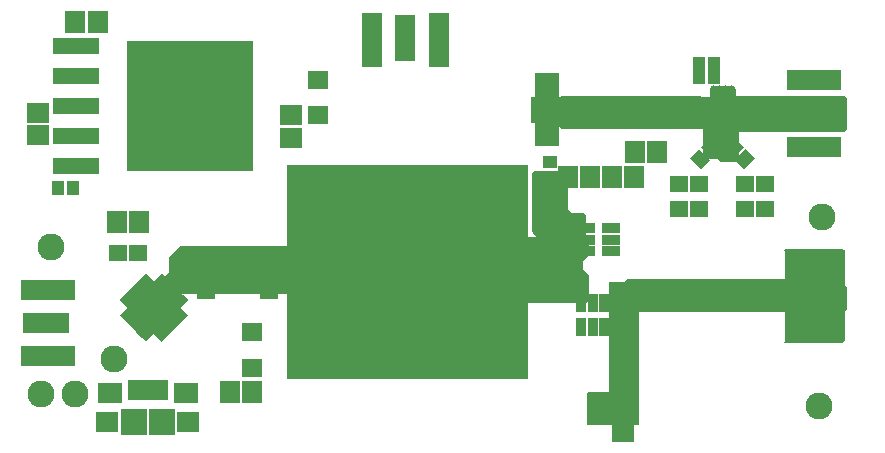
<source format=gbr>
G04 ===== Begin FILE IDENTIFICATION =====*
G04 File Format:  Gerber RS274X*
G04 ===== End FILE IDENTIFICATION =====*
%FSLAX24Y24*%
%MOMM*%
%SFA1.0000B1.0000*%
%OFA0.0B0.0*%
%ADD14R,1.806400X1.606400*%
%ADD15R,4.606400X1.756400*%
%ADD16R,1.676400X4.006400*%
%ADD17R,1.756400X4.606400*%
%ADD18R,0.625600X2.117600*%
%ADD19R,1.854200X1.701800*%
%ADD20R,2.311400X2.311400*%
%ADD21R,1.906400X1.706400*%
%ADD22R,1.706400X1.906400*%
%ADD23R,2.816400X2.186400*%
%ADD24R,4.006400X1.676400*%
%ADD25R,1.106400X1.306400*%
%ADD26R,0.886400X1.612800*%
%ADD27R,1.612800X0.886400*%
%ADD28C,2.286000*%
%ADD29R,0.812800X1.752600*%
%ADD30R,2.006600X1.803400*%
%ADD31R,3.911600X1.371600*%
%ADD32R,1.506400X1.406400*%
%ADD33R,1.676400X1.066800*%
%ADD34R,1.306400X1.106400*%
%ADD35R,1.676400X1.041400*%
%ADD36R,10.769600X11.125200*%
%ADD37R,1.906400X1.906400*%
%LNsoldermask_top*%
%IPPOS*%
%LPD*%
G75*
G36*
G01X609829Y168673D02*
G01X610060Y168683D01*
G01X610114Y168693D01*
G01X610168Y168697D01*
G01X610394Y168745D01*
G01X610620Y168787D01*
G01X610672Y168804D01*
G01X610726Y168816D01*
G01X610942Y168895D01*
G01X611160Y168968D01*
G01X611209Y168993D01*
G01X611261Y169012D01*
G01X611464Y169120D01*
G01X611669Y169223D01*
G01X611715Y169254D01*
G01X611763Y169280D01*
G01X611949Y169416D01*
G01X612138Y169547D01*
G01X612179Y169584D01*
G01X612223Y169617D01*
G01X612388Y169777D01*
G01X612557Y169933D01*
G01X612592Y169976D01*
G01X612631Y170014D01*
G01X612772Y170196D01*
G01X612918Y170374D01*
G01X612946Y170422D01*
G01X612980Y170465D01*
G01X613094Y170665D01*
G01X613213Y170862D01*
G01X613235Y170912D01*
G01X613262Y170960D01*
G01X613347Y171174D01*
G01X613438Y171385D01*
G01X613452Y171438D01*
G01X613472Y171489D01*
G01X613527Y171714D01*
G01X613587Y171935D01*
G01X613591Y171979D01*
G01X613607Y172043D01*
G01X613662Y172610D01*
G01X613659Y172676D01*
G01X613663Y172720D01*
G01Y194057D01*
G01X701040D01*
G01X701269Y194073D01*
G01X701500Y194083D01*
G01X701554Y194093D01*
G01X701608Y194097D01*
G01X701834Y194145D01*
G01X702060Y194187D01*
G01X702112Y194204D01*
G01X702166Y194216D01*
G01X702382Y194295D01*
G01X702600Y194368D01*
G01X702649Y194393D01*
G01X702701Y194412D01*
G01X702904Y194520D01*
G01X703109Y194623D01*
G01X703155Y194654D01*
G01X703203Y194680D01*
G01X703389Y194816D01*
G01X703578Y194947D01*
G01X703619Y194984D01*
G01X703663Y195017D01*
G01X703828Y195177D01*
G01X703997Y195333D01*
G01X704032Y195376D01*
G01X704071Y195414D01*
G01X704212Y195596D01*
G01X704358Y195774D01*
G01X704386Y195822D01*
G01X704420Y195865D01*
G01X704534Y196065D01*
G01X704653Y196262D01*
G01X704675Y196312D01*
G01X704702Y196360D01*
G01X704787Y196574D01*
G01X704878Y196785D01*
G01X704892Y196838D01*
G01X704912Y196889D01*
G01X704967Y197114D01*
G01X705027Y197335D01*
G01X705031Y197379D01*
G01X705047Y197443D01*
G01X705102Y198010D01*
G01X705099Y198076D01*
G01X705103Y198120D01*
G01Y220980D01*
G01X705087Y221209D01*
G01X705077Y221440D01*
G01X705067Y221494D01*
G01X705063Y221548D01*
G01X705015Y221774D01*
G01X704973Y222000D01*
G01X704956Y222052D01*
G01X704944Y222106D01*
G01X704865Y222322D01*
G01X704792Y222540D01*
G01X704767Y222589D01*
G01X704748Y222641D01*
G01X704640Y222844D01*
G01X704537Y223049D01*
G01X704506Y223095D01*
G01X704480Y223143D01*
G01X704344Y223329D01*
G01X704213Y223518D01*
G01X704176Y223559D01*
G01X704143Y223603D01*
G01X703983Y223768D01*
G01X703827Y223937D01*
G01X703784Y223972D01*
G01X703746Y224011D01*
G01X703564Y224152D01*
G01X703386Y224298D01*
G01X703338Y224326D01*
G01X703295Y224360D01*
G01X703095Y224474D01*
G01X702898Y224593D01*
G01X702848Y224615D01*
G01X702800Y224642D01*
G01X702586Y224727D01*
G01X702375Y224818D01*
G01X702322Y224832D01*
G01X702271Y224852D01*
G01X702046Y224907D01*
G01X701825Y224967D01*
G01X701781Y224971D01*
G01X701717Y224987D01*
G01X701150Y225042D01*
G01X701084Y225039D01*
G01X701040Y225043D01*
G01X609600D01*
G01X609371Y225027D01*
G01X609140Y225017D01*
G01X609086Y225007D01*
G01X609032Y225003D01*
G01X608806Y224955D01*
G01X608580Y224913D01*
G01X608528Y224896D01*
G01X608474Y224884D01*
G01X608258Y224805D01*
G01X608040Y224732D01*
G01X607991Y224707D01*
G01X607939Y224688D01*
G01X607736Y224580D01*
G01X607531Y224477D01*
G01X607485Y224446D01*
G01X607437Y224420D01*
G01X607251Y224284D01*
G01X607062Y224153D01*
G01X607021Y224116D01*
G01X606977Y224083D01*
G01X606812Y223923D01*
G01X606643Y223767D01*
G01X606608Y223724D01*
G01X606569Y223686D01*
G01X606428Y223504D01*
G01X606282Y223326D01*
G01X606254Y223278D01*
G01X606220Y223235D01*
G01X606106Y223035D01*
G01X605987Y222838D01*
G01X605965Y222788D01*
G01X605938Y222740D01*
G01X605853Y222526D01*
G01X605762Y222315D01*
G01X605748Y222262D01*
G01X605728Y222211D01*
G01X605673Y221986D01*
G01X605613Y221765D01*
G01X605609Y221721D01*
G01X605594Y221657D01*
G01X605538Y221090D01*
G01X605541Y221024D01*
G01X605537Y220980D01*
G01Y199643D01*
G01X600963D01*
G01Y200660D01*
G01X600947Y200889D01*
G01X600937Y201120D01*
G01X600927Y201174D01*
G01X600923Y201228D01*
G01X600875Y201454D01*
G01X600833Y201680D01*
G01X600816Y201732D01*
G01X600804Y201786D01*
G01X600725Y202002D01*
G01X600652Y202220D01*
G01X600627Y202269D01*
G01X600608Y202321D01*
G01X600500Y202524D01*
G01X600397Y202729D01*
G01X600366Y202775D01*
G01X600340Y202823D01*
G01X600204Y203009D01*
G01X600073Y203198D01*
G01X600036Y203239D01*
G01X600003Y203283D01*
G01X599843Y203448D01*
G01X599687Y203617D01*
G01X599644Y203652D01*
G01X599606Y203691D01*
G01X599424Y203832D01*
G01X599246Y203978D01*
G01X599198Y204006D01*
G01X599155Y204040D01*
G01X598955Y204154D01*
G01X598758Y204273D01*
G01X598708Y204295D01*
G01X598660Y204322D01*
G01X598446Y204407D01*
G01X598235Y204498D01*
G01X598182Y204512D01*
G01X598131Y204532D01*
G01X597906Y204587D01*
G01X597685Y204647D01*
G01X597641Y204651D01*
G01X597577Y204667D01*
G01X597010Y204722D01*
G01X596944Y204719D01*
G01X596900Y204723D01*
G01X586740D01*
G01X586511Y204707D01*
G01X586280Y204697D01*
G01X586226Y204687D01*
G01X586172Y204683D01*
G01X585946Y204635D01*
G01X585723Y204594D01*
G01Y218440D01*
G01X585719Y218500D01*
G01X585721Y218561D01*
G01X585699Y218784D01*
G01X585683Y219008D01*
G01X585671Y219068D01*
G01X585665Y219128D01*
G01X585611Y219346D01*
G01X585564Y219566D01*
G01X585544Y219622D01*
G01X585529Y219681D01*
G01X585446Y219890D01*
G01X585368Y220101D01*
G01X585340Y220154D01*
G01X585318Y220210D01*
G01X585206Y220405D01*
G01X585100Y220603D01*
G01X585064Y220652D01*
G01X585034Y220704D01*
G01X584959Y220795D01*
G01X584763Y221063D01*
G01X584606Y221224D01*
G01X584533Y221313D01*
G01X581993Y223853D01*
G01X581949Y223891D01*
G01X581910Y223933D01*
G01X581909Y223934D01*
G01X581907Y223937D01*
G01X581733Y224079D01*
G01X581563Y224227D01*
G01X581512Y224260D01*
G01X581466Y224298D01*
G01X581273Y224415D01*
G01X581085Y224537D01*
G01X581030Y224562D01*
G01X580978Y224593D01*
G01X580772Y224682D01*
G01X580568Y224777D01*
G01X580510Y224794D01*
G01X580455Y224818D01*
G01X580238Y224876D01*
G01X580023Y224942D01*
G01X579963Y224951D01*
G01X579905Y224967D01*
G01X579788Y224978D01*
G01X579460Y225029D01*
G01X579235Y225032D01*
G01X579120Y225043D01*
G01X464820D01*
G01X464591Y225027D01*
G01X464360Y225017D01*
G01X464306Y225007D01*
G01X464252Y225003D01*
G01X464026Y224955D01*
G01X463800Y224913D01*
G01X463748Y224896D01*
G01X463694Y224884D01*
G01X463478Y224805D01*
G01X463260Y224732D01*
G01X463211Y224707D01*
G01X463159Y224688D01*
G01X462956Y224580D01*
G01X462751Y224477D01*
G01X462705Y224446D01*
G01X462657Y224420D01*
G01X462471Y224284D01*
G01X462282Y224153D01*
G01X462241Y224116D01*
G01X462197Y224083D01*
G01X462032Y223923D01*
G01X461863Y223767D01*
G01X461828Y223724D01*
G01X461789Y223686D01*
G01X461648Y223504D01*
G01X461502Y223326D01*
G01X461474Y223278D01*
G01X461440Y223235D01*
G01X461326Y223035D01*
G01X461207Y222838D01*
G01X461185Y222788D01*
G01X461158Y222740D01*
G01X461073Y222526D01*
G01X460982Y222315D01*
G01X460968Y222262D01*
G01X460948Y222211D01*
G01X460893Y221986D01*
G01X460833Y221765D01*
G01X460829Y221721D01*
G01X460814Y221657D01*
G01X460758Y221090D01*
G01Y221086D01*
G01X460761Y221023D01*
G01X460757Y220980D01*
G01Y200660D01*
G01X460773Y200431D01*
G01X460783Y200200D01*
G01X460793Y200146D01*
G01X460797Y200092D01*
G01X460845Y199866D01*
G01X460887Y199640D01*
G01X460904Y199588D01*
G01X460916Y199534D01*
G01X460995Y199318D01*
G01X461068Y199100D01*
G01X461093Y199051D01*
G01X461112Y198999D01*
G01X461220Y198796D01*
G01X461323Y198591D01*
G01X461354Y198545D01*
G01X461380Y198497D01*
G01X461516Y198311D01*
G01X461647Y198122D01*
G01X461684Y198081D01*
G01X461717Y198037D01*
G01X461877Y197872D01*
G01X462033Y197703D01*
G01X462076Y197668D01*
G01X462114Y197629D01*
G01X462296Y197488D01*
G01X462474Y197342D01*
G01X462522Y197314D01*
G01X462565Y197280D01*
G01X462765Y197166D01*
G01X462962Y197047D01*
G01X463012Y197025D01*
G01X463060Y196998D01*
G01X463274Y196913D01*
G01X463485Y196822D01*
G01X463538Y196808D01*
G01X463589Y196788D01*
G01X463814Y196733D01*
G01X464035Y196673D01*
G01X464079Y196669D01*
G01X464143Y196654D01*
G01X464710Y196598D01*
G01X464776Y196601D01*
G01X464820Y196597D01*
G01X581660D01*
G01X581889Y196613D01*
G01X582120Y196623D01*
G01X582174Y196633D01*
G01X582228Y196637D01*
G01X582454Y196685D01*
G01X582677Y196726D01*
G01Y175260D01*
G01X582693Y175031D01*
G01X582703Y174800D01*
G01X582713Y174746D01*
G01X582717Y174692D01*
G01X582765Y174466D01*
G01X582807Y174240D01*
G01X582824Y174188D01*
G01X582836Y174134D01*
G01X582915Y173918D01*
G01X582988Y173700D01*
G01X583013Y173651D01*
G01X583032Y173599D01*
G01X583140Y173396D01*
G01X583243Y173191D01*
G01X583274Y173145D01*
G01X583300Y173097D01*
G01X583436Y172911D01*
G01X583567Y172722D01*
G01X583604Y172681D01*
G01X583637Y172637D01*
G01X583797Y172472D01*
G01X583953Y172303D01*
G01X583996Y172268D01*
G01X584034Y172229D01*
G01X584216Y172088D01*
G01X584394Y171942D01*
G01X584442Y171914D01*
G01X584485Y171880D01*
G01X584685Y171766D01*
G01X584882Y171647D01*
G01X584932Y171625D01*
G01X584980Y171598D01*
G01X585194Y171513D01*
G01X585405Y171422D01*
G01X585458Y171408D01*
G01X585509Y171388D01*
G01X585734Y171333D01*
G01X585955Y171273D01*
G01X585999Y171269D01*
G01X586063Y171254D01*
G01X586630Y171198D01*
G01X586696Y171201D01*
G01X586740Y171197D01*
G01X595676D01*
G01X595688Y171160D01*
G01X595713Y171111D01*
G01X595732Y171059D01*
G01X595840Y170856D01*
G01X595943Y170651D01*
G01X595974Y170605D01*
G01X596000Y170557D01*
G01X596136Y170371D01*
G01X596267Y170182D01*
G01X596304Y170141D01*
G01X596337Y170097D01*
G01X596497Y169932D01*
G01X596653Y169763D01*
G01X596696Y169728D01*
G01X596734Y169689D01*
G01X596916Y169548D01*
G01X597094Y169402D01*
G01X597142Y169374D01*
G01X597185Y169340D01*
G01X597385Y169226D01*
G01X597582Y169107D01*
G01X597632Y169085D01*
G01X597680Y169058D01*
G01X597894Y168973D01*
G01X598105Y168882D01*
G01X598158Y168868D01*
G01X598209Y168848D01*
G01X598434Y168793D01*
G01X598655Y168733D01*
G01X598699Y168729D01*
G01X598763Y168714D01*
G01X599330Y168658D01*
G01X599396Y168661D01*
G01X599440Y168657D01*
G01X609600D01*
G01X609829Y168673D01*
G37*
D14*
X200863Y-5424D03*
X257099Y238622D03*
D15*
X677882Y82987D03*
X677120Y181935D03*
D16*
X330835Y273888D03*
D17*
X302585Y271888D03*
D18*
X458528Y192833D03*
G36*
G01X107913Y20246D02*
G01X103243Y24916D01*
G01X111145Y32818D01*
G01X115815Y28148D01*
G01X107913Y20246D01*
G37*
G36*
G01X123738Y31684D02*
G01X128408Y36354D01*
G01X136310Y28452D01*
G01X131640Y23782D01*
G01X123738Y31684D01*
G37*
G36*
G01X139014Y44276D02*
G01X134344Y48946D01*
G01X142246Y56848D01*
G01X146916Y52178D01*
G01X139014Y44276D01*
G37*
G36*
G01X100842Y27317D02*
G01X96172Y31987D01*
G01X104074Y39889D01*
G01X108744Y35219D01*
G01X100842Y27317D01*
G37*
G36*
G01X116667Y24613D02*
G01X121337Y29283D01*
G01X129239Y21381D01*
G01X124569Y16711D01*
G01X116667Y24613D01*
G37*
G36*
G01X130809Y38755D02*
G01X135479Y43425D01*
G01X143381Y35523D01*
G01X138711Y30853D01*
G01X130809Y38755D01*
G37*
D19*
X147158Y-51055D03*
D20*
X100908D03*
D21*
X514680Y19380D03*
D22*
X505536Y156083D03*
X201143Y-26238D03*
D21*
X234061Y189458D03*
D18*
X448528Y233633D03*
D23*
X451028Y213233D03*
G36*
G01X111448Y16711D02*
G01X106778Y21381D01*
G01X114680Y29283D01*
G01X119350Y24613D01*
G01X111448Y16711D01*
G37*
G36*
G01X127273Y35219D02*
G01X131943Y39889D01*
G01X139845Y31987D01*
G01X135175Y27317D01*
G01X127273Y35219D01*
G37*
G36*
G01X527832Y-53590D02*
G01X527851Y-53592D01*
G01X527953Y-53570D01*
G01X528055Y-53554D01*
G01X528072Y-53544D01*
G01X528092Y-53540D01*
G01X528181Y-53487D01*
G01X528272Y-53438D01*
G01X528286Y-53424D01*
G01X528303Y-53414D01*
G01X528370Y-53335D01*
G01X528442Y-53260D01*
G01X528450Y-53242D01*
G01X528463Y-53227D01*
G01X528502Y-53131D01*
G01X528545Y-53037D01*
G01X528547Y-53017D01*
G01X528555Y-52999D01*
G01X528573Y-52832D01*
G01Y41657D01*
G01X652019D01*
G01Y17079D01*
G01X651480Y16540D01*
G01X651438Y16482D01*
G01X651389Y16430D01*
G01X651367Y16383D01*
G01X651336Y16341D01*
G01X651315Y16272D01*
G01X651285Y16207D01*
G01X651279Y16155D01*
G01X651264Y16105D01*
G01X651266Y16034D01*
G01X651258Y15963D01*
G01X651269Y15912D01*
G01X651270Y15860D01*
G01X651295Y15792D01*
G01X651310Y15722D01*
G01X651337Y15678D01*
G01X651355Y15629D01*
G01X651400Y15573D01*
G01X651436Y15511D01*
G01X651476Y15477D01*
G01X651508Y15437D01*
G01X651569Y15398D01*
G01X651623Y15351D01*
G01X651671Y15332D01*
G01X651715Y15304D01*
G01X651785Y15286D01*
G01X651851Y15259D01*
G01X651923Y15251D01*
G01X651954Y15243D01*
G01X651977Y15245D01*
G01X652018Y15241D01*
G01X700532D01*
G01X700622Y15256D01*
G01X700713Y15263D01*
G01X700743Y15275D01*
G01X700775Y15281D01*
G01X700855Y15323D01*
G01X700939Y15359D01*
G01X700971Y15385D01*
G01X700992Y15396D01*
G01X701014Y15419D01*
G01X701070Y15464D01*
G01X702594Y16988D01*
G01X702636Y17046D01*
G01X702684Y17096D01*
G01X702692Y17114D01*
G01X702707Y17131D01*
G01X702719Y17161D01*
G01X702738Y17187D01*
G01X702760Y17261D01*
G01X702788Y17320D01*
G01X702789Y17336D01*
G01X702799Y17359D01*
G01X702803Y17400D01*
G01X702810Y17423D01*
G01X702809Y17455D01*
G01X702817Y17526D01*
G01Y42074D01*
G01X702904Y42120D01*
G01X703109Y42223D01*
G01X703155Y42254D01*
G01X703203Y42280D01*
G01X703389Y42416D01*
G01X703578Y42547D01*
G01X703619Y42584D01*
G01X703663Y42617D01*
G01X703828Y42777D01*
G01X703997Y42933D01*
G01X704032Y42976D01*
G01X704071Y43014D01*
G01X704212Y43196D01*
G01X704358Y43374D01*
G01X704386Y43422D01*
G01X704420Y43465D01*
G01X704534Y43665D01*
G01X704653Y43862D01*
G01X704675Y43912D01*
G01X704702Y43960D01*
G01X704787Y44174D01*
G01X704878Y44385D01*
G01X704892Y44438D01*
G01X704912Y44489D01*
G01X704967Y44714D01*
G01X705027Y44935D01*
G01X705031Y44979D01*
G01X705047Y45043D01*
G01X705102Y45610D01*
G01X705099Y45676D01*
G01X705103Y45720D01*
G01Y60960D01*
G01X705099Y61020D01*
G01X705101Y61081D01*
G01X705079Y61304D01*
G01X705063Y61528D01*
G01X705051Y61588D01*
G01X705045Y61648D01*
G01X704991Y61866D01*
G01X704944Y62086D01*
G01X704924Y62142D01*
G01X704909Y62201D01*
G01X704826Y62410D01*
G01X704748Y62621D01*
G01X704720Y62674D01*
G01X704698Y62730D01*
G01X704586Y62925D01*
G01X704480Y63123D01*
G01X704444Y63172D01*
G01X704414Y63224D01*
G01X704339Y63315D01*
G01X704143Y63583D01*
G01X703986Y63744D01*
G01X703913Y63833D01*
G01X702817Y64929D01*
G01Y93726D01*
G01X702803Y93816D01*
G01X702795Y93907D01*
G01X702783Y93937D01*
G01X702778Y93969D01*
G01X702735Y94049D01*
G01X702699Y94133D01*
G01X702673Y94165D01*
G01X702662Y94186D01*
G01X702639Y94208D01*
G01X702594Y94264D01*
G01X701832Y95026D01*
G01X701758Y95079D01*
G01X701689Y95139D01*
G01X701659Y95151D01*
G01X701633Y95170D01*
G01X701546Y95197D01*
G01X701461Y95231D01*
G01X701420Y95235D01*
G01X701397Y95242D01*
G01X701365Y95241D01*
G01X701294Y95249D01*
G01X652780D01*
G01X652690Y95235D01*
G01X652599Y95227D01*
G01X652569Y95215D01*
G01X652537Y95210D01*
G01X652457Y95167D01*
G01X652373Y95131D01*
G01X652341Y95105D01*
G01X652320Y95094D01*
G01X652298Y95071D01*
G01X652242Y95026D01*
G01X651988Y94772D01*
G01X651946Y94714D01*
G01X651897Y94662D01*
G01X651875Y94615D01*
G01X651844Y94573D01*
G01X651823Y94504D01*
G01X651793Y94439D01*
G01X651787Y94387D01*
G01X651772Y94337D01*
G01X651774Y94266D01*
G01X651766Y94195D01*
G01X651777Y94144D01*
G01X651778Y94092D01*
G01X651803Y94024D01*
G01X651818Y93954D01*
G01X651845Y93910D01*
G01X651863Y93861D01*
G01X651908Y93805D01*
G01X651944Y93743D01*
G01X651984Y93709D01*
G01X652016Y93669D01*
G01X652019Y93667D01*
G01Y70103D01*
G01X520700D01*
G01X520471Y70087D01*
G01X520240Y70077D01*
G01X520186Y70067D01*
G01X520132Y70063D01*
G01X519906Y70015D01*
G01X519680Y69973D01*
G01X519628Y69956D01*
G01X519574Y69944D01*
G01X519358Y69865D01*
G01X519140Y69792D01*
G01X519091Y69767D01*
G01X519039Y69748D01*
G01X518836Y69640D01*
G01X518631Y69537D01*
G01X518585Y69506D01*
G01X518537Y69480D01*
G01X518351Y69344D01*
G01X518162Y69213D01*
G01X518121Y69176D01*
G01X518077Y69143D01*
G01X517912Y68983D01*
G01X517743Y68827D01*
G01X517708Y68784D01*
G01X517669Y68746D01*
G01X517528Y68564D01*
G01X517382Y68386D01*
G01X517354Y68338D01*
G01X517320Y68295D01*
G01X517206Y68095D01*
G01X517087Y67898D01*
G01X517065Y67848D01*
G01X517038Y67800D01*
G01X516953Y67586D01*
G01X516862Y67375D01*
G01X516848Y67322D01*
G01X516828Y67271D01*
G01X516775Y67055D01*
G01X503682D01*
G01X503659Y67052D01*
G01X503636Y67054D01*
G01X503538Y67032D01*
G01X503439Y67016D01*
G01X503419Y67005D01*
G01X503396Y67000D01*
G01X503311Y66947D01*
G01X503222Y66900D01*
G01X503206Y66884D01*
G01X503186Y66872D01*
G01X503122Y66795D01*
G01X503053Y66722D01*
G01X503043Y66701D01*
G01X503028Y66684D01*
G01X502991Y66590D01*
G01X502949Y66499D01*
G01X502946Y66476D01*
G01X502938Y66455D01*
G01X502921Y66288D01*
G01X503672Y-25909D01*
G01X486156D01*
G01X486066Y-25924D01*
G01X485975Y-25931D01*
G01X485945Y-25943D01*
G01X485913Y-25949D01*
G01X485833Y-25991D01*
G01X485749Y-26027D01*
G01X485717Y-26053D01*
G01X485696Y-26064D01*
G01X485674Y-26087D01*
G01X485618Y-26132D01*
G01X484856Y-26894D01*
G01X484803Y-26968D01*
G01X484743Y-27037D01*
G01X484731Y-27067D01*
G01X484712Y-27093D01*
G01X484685Y-27180D01*
G01X484651Y-27265D01*
G01X484647Y-27306D01*
G01X484640Y-27329D01*
G01X484641Y-27361D01*
G01X484633Y-27432D01*
G01Y-52578D01*
G01X484648Y-52668D01*
G01X484655Y-52759D01*
G01X484667Y-52789D01*
G01X484673Y-52821D01*
G01X484715Y-52901D01*
G01X484751Y-52985D01*
G01X484777Y-53017D01*
G01X484788Y-53038D01*
G01X484811Y-53060D01*
G01X484856Y-53116D01*
G01X485110Y-53370D01*
G01X485184Y-53423D01*
G01X485253Y-53483D01*
G01X485283Y-53495D01*
G01X485309Y-53514D01*
G01X485396Y-53541D01*
G01X485481Y-53575D01*
G01X485522Y-53579D01*
G01X485545Y-53586D01*
G01X485577Y-53585D01*
G01X485648Y-53593D01*
G01X527812D01*
G01X527832Y-53590D01*
G37*
G36*
G01X118047Y24034D02*
G01X118151Y24036D01*
G01X118170Y24043D01*
G01X118189Y24045D01*
G01X118284Y24085D01*
G01X118382Y24121D01*
G01X118398Y24133D01*
G01X118416Y24141D01*
G01X118547Y24246D01*
G01X139381Y45080D01*
G01X139393Y45096D01*
G01X139408Y45109D01*
G01X139464Y45196D01*
G01X139524Y45280D01*
G01X139530Y45299D01*
G01X139541Y45316D01*
G01X139566Y45416D01*
G01X139597Y45515D01*
G01X139596Y45535D01*
G01X139601Y45554D01*
G01X139593Y45657D01*
G01X139590Y45761D01*
G01X139584Y45780D01*
G01X139582Y45799D01*
G01X139542Y45894D01*
G01X139506Y45992D01*
G01X139494Y46007D01*
G01X139486Y46026D01*
G01X139381Y46157D01*
G01X118547Y66991D01*
G01X118531Y67002D01*
G01X118518Y67018D01*
G01X118431Y67074D01*
G01X118347Y67134D01*
G01X118328Y67140D01*
G01X118311Y67151D01*
G01X118211Y67176D01*
G01X118112Y67207D01*
G01X118092Y67206D01*
G01X118073Y67211D01*
G01X117970Y67203D01*
G01X117866Y67200D01*
G01X117847Y67194D01*
G01X117827Y67192D01*
G01X117733Y67152D01*
G01X117635Y67116D01*
G01X117619Y67103D01*
G01X117601Y67096D01*
G01X117470Y66991D01*
G01X96636Y46157D01*
G01X96624Y46141D01*
G01X96609Y46128D01*
G01X96553Y46041D01*
G01X96492Y45957D01*
G01X96487Y45938D01*
G01X96476Y45921D01*
G01X96450Y45821D01*
G01X96420Y45722D01*
G01X96421Y45702D01*
G01X96416Y45683D01*
G01X96424Y45580D01*
G01X96426Y45476D01*
G01X96433Y45457D01*
G01X96435Y45437D01*
G01X96475Y45343D01*
G01X96511Y45245D01*
G01X96523Y45229D01*
G01X96531Y45211D01*
G01X96636Y45080D01*
G01X117470Y24246D01*
G01X117486Y24234D01*
G01X117499Y24219D01*
G01X117586Y24163D01*
G01X117670Y24102D01*
G01X117689Y24097D01*
G01X117706Y24086D01*
G01X117806Y24060D01*
G01X117905Y24030D01*
G01X117925Y24031D01*
G01X117944Y24026D01*
G01X118047Y24034D01*
G37*
D14*
X200863Y24576D03*
D24*
X679882Y54737D03*
X679120Y210185D03*
D15*
X677120Y238435D03*
D17*
X359085Y271888D03*
D25*
X592148Y240665D03*
X511838Y54610D03*
X453316Y88621D03*
D22*
X543967Y177343D03*
D26*
X479958Y49862D03*
D27*
X483792Y103124D03*
X504776Y112624D03*
D28*
X30480Y96520D03*
D24*
X26594Y32639D03*
D15*
X28594Y60889D03*
D29*
X99908Y-24285D03*
X106408D03*
X112908D03*
X119408D03*
X125908D03*
D30*
X144908Y-26555D03*
D22*
X487452Y156083D03*
X524536D03*
D21*
X515214Y-17958D03*
X234061Y208458D03*
D18*
X453528Y233633D03*
X443528Y192833D03*
X453528D03*
G36*
G01X104377Y23782D02*
G01X99707Y28452D01*
G01X107609Y36354D01*
G01X112279Y31684D01*
G01X104377Y23782D01*
G37*
G36*
G01X120202Y28148D02*
G01X124872Y32818D01*
G01X132774Y24916D01*
G01X128104Y20246D01*
G01X120202Y28148D01*
G37*
G36*
G01X134344Y42290D02*
G01X139014Y46960D01*
G01X146916Y39058D01*
G01X142246Y34388D01*
G01X134344Y42290D01*
G37*
G36*
G01X135479Y47812D02*
G01X130809Y52482D01*
G01X138711Y60384D01*
G01X143381Y55714D01*
G01X135479Y47812D01*
G37*
G36*
G01X128408Y54883D02*
G01X123738Y59553D01*
G01X131640Y67455D01*
G01X136310Y62785D01*
G01X128408Y54883D01*
G37*
G36*
G01X106778Y69856D02*
G01X111448Y74526D01*
G01X119350Y66624D01*
G01X114680Y61954D01*
G01X106778Y69856D01*
G37*
G36*
G01X96172Y59250D02*
G01X100842Y63920D01*
G01X108744Y56018D01*
G01X104074Y51348D01*
G01X96172Y59250D01*
G37*
D31*
X51892Y267081D03*
Y190881D03*
D32*
X87334Y91999D03*
D22*
X105512Y118059D03*
D21*
X19939Y191490D03*
D25*
X36604Y146939D03*
D32*
X215570Y76445D03*
G36*
G01X618891Y179829D02*
G01X626714Y172006D01*
G01X617477Y162769D01*
G01X609654Y170592D01*
G01X618891Y179829D01*
G37*
G36*
G01X571760Y172006D02*
G01X579583Y179829D01*
G01X588820Y170592D01*
G01X580997Y162769D01*
G01X571760Y172006D01*
G37*
D32*
X618296Y150241D03*
X635296Y128651D03*
X562670Y150241D03*
D25*
X631218Y210185D03*
X455450Y63551D03*
X524838Y54610D03*
X466316Y88621D03*
D21*
X514782Y-40868D03*
D26*
X479958Y28878D03*
D27*
X483792Y93624D03*
D28*
X683260Y121920D03*
G36*
G01X124872Y58419D02*
G01X120202Y63089D01*
G01X128104Y70991D01*
G01X132774Y66321D01*
G01X124872Y58419D01*
G37*
D33*
X248920Y76200D03*
G36*
G01X611118Y201693D02*
G01X617118D01*
G03Y208757I0J3532D01*
G01X611118D01*
G03Y201693I0J-3532D01*
G37*
G36*
G01X617118Y223757D02*
G01X611118D01*
G03Y216693I0J-3532D01*
G01X617118D01*
G03Y223757I0J3532D01*
G37*
G36*
G01X588118Y223757D02*
G01X582118D01*
G03Y216693I0J-3532D01*
G01X588118D01*
G03Y223757I0J3532D01*
G37*
G36*
G01X582118Y201693D02*
G01X588118D01*
G03Y208757I0J3532D01*
G01X582118D01*
G03Y201693I0J-3532D01*
G37*
G36*
G01X598586Y201225D02*
G01Y195225D01*
G03X605650I3532J0D01*
G01Y201225D01*
G03X598586I-3532J0D01*
G37*
G36*
G01X103243Y66321D02*
G01X107913Y70991D01*
G01X115815Y63089D01*
G01X111145Y58419D01*
G01X103243Y66321D01*
G37*
G36*
G01X92636Y55714D02*
G01X97306Y60384D01*
G01X105208Y52482D01*
G01X100538Y47812D01*
G01X92636Y55714D01*
G37*
D31*
X51892Y241681D03*
Y165481D03*
D32*
X104334Y91999D03*
D22*
X51638Y287401D03*
D21*
X19939Y210490D03*
D32*
X162230Y76699D03*
D25*
X195908Y76835D03*
G36*
G01X609699Y189021D02*
G01X617522Y181198D01*
G01X608285Y171961D01*
G01X600462Y179784D01*
G01X609699Y189021D01*
G37*
D32*
X579670Y128905D03*
X635296Y150241D03*
X579670D03*
D25*
X644218Y210185D03*
X579148Y240665D03*
X468450Y63551D03*
D34*
X453466Y168831D03*
D22*
X524967Y177343D03*
D26*
X498958Y49862D03*
Y28878D03*
D27*
X504776Y93624D03*
D28*
X680720Y-38100D03*
X22123Y-27661D03*
D35*
X419100Y63500D03*
G36*
G01X611118Y211693D02*
G01X617118D01*
G03Y218757I0J3532D01*
G01X611118D01*
G03Y211693I0J-3532D01*
G37*
G36*
G01X600650Y224225D02*
G01Y230225D01*
G03X593586I-3532J0D01*
G01Y224225D01*
G03X600650I3532J0D01*
G37*
G36*
G01X588118Y213757D02*
G01X582118D01*
G03Y206693I0J-3532D01*
G01X588118D01*
G03Y213757I0J3532D01*
G37*
G36*
G01X600650Y195225D02*
G01Y201225D01*
G03X593586I-3532J0D01*
G01Y195225D01*
G03X600650I3532J0D01*
G37*
G36*
G01X437897Y111760D02*
G01X437901Y111700D01*
G01X437899Y111639D01*
G01X437921Y111416D01*
G01X437937Y111192D01*
G01X437949Y111132D01*
G01X437955Y111073D01*
G01X438009Y110854D01*
G01X438056Y110634D01*
G01X438076Y110578D01*
G01X438091Y110519D01*
G01X438174Y110310D01*
G01X438252Y110099D01*
G01X438280Y110046D01*
G01X438303Y109990D01*
G01X438414Y109795D01*
G01X438520Y109597D01*
G01X438556Y109548D01*
G01X438586Y109496D01*
G01X438661Y109405D01*
G01X438857Y109137D01*
G01X439014Y108976D01*
G01X439087Y108887D01*
G01X442310Y105663D01*
G01X434573D01*
G01Y166116D01*
G01X230886D01*
G01Y98043D01*
G01X142240D01*
G01X142180Y98039D01*
G01X142119Y98041D01*
G01X141896Y98019D01*
G01X141672Y98003D01*
G01X141612Y97991D01*
G01X141553Y97985D01*
G01X141334Y97931D01*
G01X141114Y97884D01*
G01X141058Y97864D01*
G01X140999Y97849D01*
G01X140790Y97766D01*
G01X140579Y97688D01*
G01X140526Y97660D01*
G01X140470Y97638D01*
G01X140275Y97526D01*
G01X140077Y97420D01*
G01X140028Y97384D01*
G01X139976Y97354D01*
G01X139885Y97279D01*
G01X139617Y97083D01*
G01X139456Y96926D01*
G01X139367Y96853D01*
G01X131747Y89233D01*
G01X131707Y89188D01*
G01X131663Y89147D01*
G01X131521Y88973D01*
G01X131373Y88803D01*
G01X131340Y88752D01*
G01X131302Y88706D01*
G01X131185Y88513D01*
G01X131063Y88325D01*
G01X131038Y88270D01*
G01X131007Y88218D01*
G01X130918Y88012D01*
G01X130824Y87808D01*
G01X130806Y87750D01*
G01X130782Y87695D01*
G01X130724Y87478D01*
G01X130658Y87263D01*
G01X130649Y87203D01*
G01X130633Y87145D01*
G01X130622Y87028D01*
G01X130571Y86700D01*
G01X130568Y86475D01*
G01X130557Y86360D01*
G01Y75343D01*
G01X124127Y68913D01*
G01X123753Y68483D01*
G01X123443Y68005D01*
G01X123204Y67488D01*
G01X123038Y66943D01*
G01X122951Y66380D01*
G01X122943Y65810D01*
G01X123015Y65245D01*
G01X123166Y64695D01*
G01X123392Y64172D01*
G01X123688Y63686D01*
G01X124050Y63245D01*
G01X124470Y62860D01*
G01X124940Y62538D01*
G01X125450Y62284D01*
G01X125991Y62104D01*
G01X126551Y62002D01*
G01X127121Y61979D01*
G01X127688Y62035D01*
G01X128241Y62171D01*
G01X128770Y62383D01*
G01X129264Y62666D01*
G01X129873Y63167D01*
G01X132080Y65374D01*
G01X139367Y58087D01*
G01X139412Y58047D01*
G01X139453Y58003D01*
G01X139627Y57861D01*
G01X139797Y57713D01*
G01X139848Y57680D01*
G01X139894Y57642D01*
G01X140087Y57525D01*
G01X140275Y57403D01*
G01X140330Y57378D01*
G01X140382Y57347D01*
G01X140588Y57258D01*
G01X140792Y57164D01*
G01X140850Y57146D01*
G01X140905Y57122D01*
G01X141122Y57064D01*
G01X141337Y56998D01*
G01X141397Y56989D01*
G01X141455Y56973D01*
G01X141572Y56962D01*
G01X141900Y56911D01*
G01X142125Y56908D01*
G01X142240Y56897D01*
G01X230886D01*
G01Y-14912D01*
G01X434573D01*
G01Y49277D01*
G01X482600D01*
G01X482829Y49293D01*
G01X483060Y49303D01*
G01X483114Y49313D01*
G01X483168Y49317D01*
G01X483394Y49365D01*
G01X483620Y49407D01*
G01X483672Y49424D01*
G01X483726Y49436D01*
G01X483942Y49515D01*
G01X484160Y49588D01*
G01X484209Y49613D01*
G01X484261Y49632D01*
G01X484464Y49740D01*
G01X484669Y49843D01*
G01X484715Y49874D01*
G01X484763Y49900D01*
G01X484949Y50036D01*
G01X485138Y50167D01*
G01X485179Y50204D01*
G01X485223Y50237D01*
G01X485388Y50397D01*
G01X485557Y50553D01*
G01X485592Y50596D01*
G01X485631Y50634D01*
G01X485772Y50816D01*
G01X485918Y50994D01*
G01X485946Y51042D01*
G01X485980Y51085D01*
G01X486094Y51285D01*
G01X486213Y51482D01*
G01X486235Y51532D01*
G01X486262Y51580D01*
G01X486347Y51794D01*
G01X486438Y52005D01*
G01X486452Y52058D01*
G01X486472Y52109D01*
G01X486527Y52334D01*
G01X486587Y52555D01*
G01X486591Y52599D01*
G01X486607Y52663D01*
G01X486662Y53230D01*
G01X486659Y53296D01*
G01X486663Y53340D01*
G01Y71120D01*
G01X486659Y71180D01*
G01X486661Y71241D01*
G01X486639Y71464D01*
G01X486623Y71688D01*
G01X486611Y71748D01*
G01X486605Y71808D01*
G01X486551Y72026D01*
G01X486504Y72246D01*
G01X486484Y72302D01*
G01X486469Y72361D01*
G01X486386Y72570D01*
G01X486308Y72781D01*
G01X486280Y72834D01*
G01X486258Y72890D01*
G01X486146Y73085D01*
G01X486040Y73283D01*
G01X486004Y73332D01*
G01X485974Y73384D01*
G01X485899Y73475D01*
G01X485703Y73743D01*
G01X485546Y73904D01*
G01X485473Y73993D01*
G01X481507Y77959D01*
G01X481511Y77999D01*
G01X481527Y78063D01*
G01X481582Y78630D01*
G01X481579Y78696D01*
G01X481583Y78740D01*
G01Y84677D01*
G01X485473Y88567D01*
G01X485513Y88612D01*
G01X485557Y88653D01*
G01X485699Y88827D01*
G01X485847Y88997D01*
G01X485880Y89048D01*
G01X485918Y89094D01*
G01X486035Y89287D01*
G01X486157Y89475D01*
G01X486182Y89530D01*
G01X486213Y89582D01*
G01X486302Y89788D01*
G01X486397Y89992D01*
G01X486414Y90050D01*
G01X486438Y90105D01*
G01X486496Y90322D01*
G01X486562Y90537D01*
G01X486571Y90597D01*
G01X486587Y90655D01*
G01X486598Y90772D01*
G01X486649Y91100D01*
G01X486652Y91325D01*
G01X486663Y91440D01*
G01Y101600D01*
G01X486647Y101829D01*
G01X486637Y102060D01*
G01X486627Y102114D01*
G01X486623Y102168D01*
G01X486575Y102394D01*
G01X486533Y102620D01*
G01X486516Y102672D01*
G01X486504Y102726D01*
G01X486425Y102942D01*
G01X486352Y103160D01*
G01X486327Y103209D01*
G01X486308Y103261D01*
G01X486200Y103464D01*
G01X486097Y103669D01*
G01X486066Y103715D01*
G01X486040Y103763D01*
G01X485904Y103949D01*
G01X485773Y104138D01*
G01X485736Y104179D01*
G01X485703Y104223D01*
G01X485543Y104388D01*
G01X485387Y104557D01*
G01X485344Y104592D01*
G01X485306Y104631D01*
G01X485124Y104772D01*
G01X484946Y104918D01*
G01X484898Y104946D01*
G01X484855Y104980D01*
G01X484655Y105094D01*
G01X484458Y105213D01*
G01X484408Y105235D01*
G01X484360Y105262D01*
G01X484146Y105347D01*
G01X484123Y105357D01*
G01Y121920D01*
G01X484107Y122149D01*
G01X484097Y122380D01*
G01X484087Y122434D01*
G01X484083Y122488D01*
G01X484035Y122714D01*
G01X483993Y122940D01*
G01X483976Y122992D01*
G01X483964Y123046D01*
G01X483885Y123262D01*
G01X483812Y123480D01*
G01X483787Y123529D01*
G01X483768Y123581D01*
G01X483660Y123784D01*
G01X483557Y123989D01*
G01X483526Y124035D01*
G01X483500Y124083D01*
G01X483364Y124269D01*
G01X483233Y124458D01*
G01X483196Y124499D01*
G01X483163Y124543D01*
G01X483003Y124708D01*
G01X482847Y124877D01*
G01X482804Y124912D01*
G01X482766Y124951D01*
G01X482584Y125092D01*
G01X482406Y125238D01*
G01X482358Y125266D01*
G01X482315Y125300D01*
G01X482115Y125414D01*
G01X481918Y125533D01*
G01X481868Y125555D01*
G01X481820Y125582D01*
G01X481606Y125667D01*
G01X481395Y125758D01*
G01X481342Y125772D01*
G01X481291Y125792D01*
G01X481066Y125847D01*
G01X480845Y125907D01*
G01X480801Y125911D01*
G01X480737Y125927D01*
G01X480170Y125982D01*
G01X480104Y125979D01*
G01X480060Y125983D01*
G01X471583D01*
G01X468883Y128683D01*
G01Y153257D01*
G01X470233Y154607D01*
G01X470309Y154694D01*
G01X470391Y154774D01*
G01X470495Y154909D01*
G01X470607Y155037D01*
G01X470670Y155134D01*
G01X470740Y155225D01*
G01X470824Y155373D01*
G01X470917Y155515D01*
G01X470965Y155620D01*
G01X471022Y155720D01*
G01X471085Y155878D01*
G01X471157Y156032D01*
G01X471190Y156142D01*
G01X471232Y156249D01*
G01X471273Y156415D01*
G01X471322Y156577D01*
G01X471339Y156691D01*
G01X471367Y156803D01*
G01X471383Y156973D01*
G01X471409Y157140D01*
G01X471411Y157255D01*
G01X471422Y157370D01*
G01X471414Y157540D01*
G01X471417Y157710D01*
G01X471402Y157824D01*
G01X471397Y157940D01*
G01X471366Y158107D01*
G01X471345Y158275D01*
G01X471314Y158387D01*
G01X471293Y158500D01*
G01X471239Y158661D01*
G01X471194Y158825D01*
G01X471149Y158931D01*
G01X471112Y159040D01*
G01X471036Y159192D01*
G01X470968Y159348D01*
G01X470908Y159446D01*
G01X470857Y159549D01*
G01X470760Y159689D01*
G01X470672Y159834D01*
G01X470598Y159923D01*
G01X470533Y160018D01*
G01X470417Y160143D01*
G01X470310Y160275D01*
G01X470225Y160352D01*
G01X470147Y160437D01*
G01X470015Y160545D01*
G01X469890Y160660D01*
G01X469795Y160725D01*
G01X469706Y160798D01*
G01X469560Y160886D01*
G01X469420Y160982D01*
G01X469317Y161034D01*
G01X469218Y161093D01*
G01X469062Y161160D01*
G01X468910Y161236D01*
G01X468801Y161272D01*
G01X468695Y161318D01*
G01X468531Y161362D01*
G01X468369Y161416D01*
G01X468256Y161437D01*
G01X468145Y161467D01*
G01X468030Y161478D01*
G01X467809Y161518D01*
G01X467477Y161532D01*
G01X467360Y161543D01*
G01X441960D01*
G01X441731Y161527D01*
G01X441500Y161517D01*
G01X441446Y161507D01*
G01X441392Y161503D01*
G01X441166Y161455D01*
G01X440940Y161413D01*
G01X440888Y161396D01*
G01X440834Y161384D01*
G01X440618Y161305D01*
G01X440400Y161232D01*
G01X440351Y161207D01*
G01X440299Y161188D01*
G01X440096Y161080D01*
G01X439891Y160977D01*
G01X439845Y160946D01*
G01X439797Y160920D01*
G01X439611Y160784D01*
G01X439422Y160653D01*
G01X439381Y160616D01*
G01X439337Y160583D01*
G01X439172Y160423D01*
G01X439003Y160267D01*
G01X438968Y160224D01*
G01X438929Y160186D01*
G01X438788Y160004D01*
G01X438642Y159826D01*
G01X438614Y159778D01*
G01X438580Y159735D01*
G01X438466Y159535D01*
G01X438347Y159338D01*
G01X438325Y159288D01*
G01X438298Y159240D01*
G01X438213Y159026D01*
G01X438122Y158815D01*
G01X438108Y158762D01*
G01X438088Y158711D01*
G01X438033Y158486D01*
G01X437973Y158265D01*
G01X437969Y158221D01*
G01X437954Y158157D01*
G01X437898Y157590D01*
G01X437901Y157524D01*
G01X437897Y157480D01*
G01Y111760D01*
G37*
G36*
G01X99707Y62785D02*
G01X104377Y67455D01*
G01X112279Y59553D01*
G01X107609Y54883D01*
G01X99707Y62785D01*
G37*
G36*
G01X89101Y52178D02*
G01X93771Y56848D01*
G01X101673Y48946D01*
G01X97003Y44276D01*
G01X89101Y52178D01*
G37*
D31*
X51892Y216281D03*
D36*
X148412D03*
D22*
X86512Y118059D03*
X70638Y287401D03*
D25*
X49604Y146939D03*
X182908Y76835D03*
G36*
G01X580952Y181198D02*
G01X588775Y189021D01*
G01X598012Y179784D01*
G01X590189Y171961D01*
G01X580952Y181198D01*
G37*
D32*
X562670Y128905D03*
X618296Y128651D03*
G36*
G01X121337Y61954D02*
G01X116667Y66624D01*
G01X124569Y74526D01*
G01X129239Y69856D01*
G01X121337Y61954D01*
G37*
D35*
X419100Y88900D03*
G36*
G01X617118Y213757D02*
G01X611118D01*
G03Y206693I0J-3532D01*
G01X617118D01*
G03Y213757I0J3532D01*
G37*
G36*
G01X598586Y230225D02*
G01Y224225D01*
G03X605650I3532J0D01*
G01Y230225D01*
G03X598586I-3532J0D01*
G37*
G36*
G01X582118Y211693D02*
G01X588118D01*
G03Y218757I0J3532D01*
G01X582118D01*
G03Y211693I0J-3532D01*
G37*
G36*
G01X588586Y201225D02*
G01Y195225D01*
G03X595650I3532J0D01*
G01Y201225D01*
G03X588586I-3532J0D01*
G37*
G36*
G01X610650Y195225D02*
G01Y201225D01*
G03X603586I-3532J0D01*
G01Y195225D01*
G03X610650I3532J0D01*
G37*
D30*
X80908Y-26555D03*
D20*
X124908Y-51055D03*
D21*
X514680Y38380D03*
X515214Y1042D03*
D22*
X182143Y-26238D03*
D18*
X458528Y233633D03*
X443528D03*
D32*
X162230Y59699D03*
D21*
X514782Y-59868D03*
D34*
X453466Y155831D03*
D15*
X677882Y26487D03*
D22*
X468452Y156083D03*
D32*
X215570Y59445D03*
D37*
X599618Y212725D03*
G36*
G01X131943Y51348D02*
G01X127273Y56018D01*
G01X135175Y63920D01*
G01X139845Y59250D01*
G01X131943Y51348D01*
G37*
G36*
G01X588586Y230225D02*
G01Y224225D01*
G03X595650I3532J0D01*
G01Y230225D01*
G03X588586I-3532J0D01*
G37*
D14*
X257099Y208622D03*
D19*
X78658Y-51055D03*
D26*
X489458Y28878D03*
D25*
X592148Y251587D03*
D26*
X489458Y49862D03*
D27*
X483792Y112624D03*
G36*
G01X97306Y30853D02*
G01X92636Y35523D01*
G01X100538Y43425D01*
G01X105208Y38755D01*
G01X97306Y30853D01*
G37*
D15*
X28594Y4389D03*
D27*
X504776Y103124D03*
D28*
X84328Y1956D03*
X51486Y-27280D03*
D18*
X448528Y192833D03*
G36*
G01X610650Y224225D02*
G01Y230225D01*
G03X603586I-3532J0D01*
G01Y224225D01*
G03X610650I3532J0D01*
G37*
D25*
X579148Y251587D03*
G36*
G01X93771Y34388D02*
G01X89101Y39058D01*
G01X97003Y46960D01*
G01X101673Y42290D01*
G01X93771Y34388D01*
G37*
M02*


</source>
